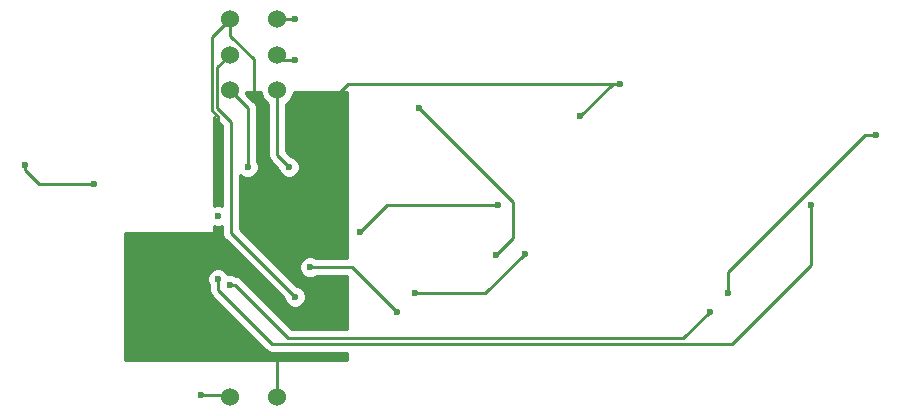
<source format=gbr>
G04 #@! TF.GenerationSoftware,KiCad,Pcbnew,5.0.1*
G04 #@! TF.CreationDate,2019-01-18T21:28:09-06:00*
G04 #@! TF.ProjectId,Layout,4C61796F75742E6B696361645F706362,rev?*
G04 #@! TF.SameCoordinates,Original*
G04 #@! TF.FileFunction,Copper,L2,Bot,Signal*
G04 #@! TF.FilePolarity,Positive*
%FSLAX46Y46*%
G04 Gerber Fmt 4.6, Leading zero omitted, Abs format (unit mm)*
G04 Created by KiCad (PCBNEW 5.0.1) date Fri 18 Jan 2019 09:28:09 PM CST*
%MOMM*%
%LPD*%
G01*
G04 APERTURE LIST*
G04 #@! TA.AperFunction,BGAPad,CuDef*
%ADD10C,1.524000*%
G04 #@! TD*
G04 #@! TA.AperFunction,ViaPad*
%ADD11C,0.600000*%
G04 #@! TD*
G04 #@! TA.AperFunction,Conductor*
%ADD12C,0.250000*%
G04 #@! TD*
G04 #@! TA.AperFunction,Conductor*
%ADD13C,0.254000*%
G04 #@! TD*
G04 APERTURE END LIST*
D10*
G04 #@! TO.P,J1,1*
G04 #@! TO.N,P5*
X131500000Y-90000000D03*
G04 #@! TO.P,J1,2*
G04 #@! TO.N,P7*
X135500000Y-90000000D03*
G04 #@! TO.P,J1,3*
G04 #@! TO.N,RST*
X131500000Y-87000000D03*
G04 #@! TO.P,J1,4*
G04 #@! TO.N,P4*
X135500000Y-87000000D03*
G04 #@! TO.P,J1,5*
G04 #@! TO.N,GND*
X131500000Y-84000000D03*
G04 #@! TO.P,J1,6*
G04 #@! TO.N,P6*
X135500000Y-84000000D03*
G04 #@! TD*
G04 #@! TO.P,J2,1*
G04 #@! TO.N,GND*
X135500000Y-116000000D03*
G04 #@! TO.P,J2,2*
G04 #@! TO.N,VDDA*
X131500000Y-116000000D03*
G04 #@! TD*
D11*
G04 #@! TO.N,GND*
X134000000Y-93000000D03*
X130500000Y-93000000D03*
X131500000Y-110500000D03*
X124500000Y-110500000D03*
X124500000Y-105500000D03*
X164500000Y-89500000D03*
X161177818Y-92222183D03*
X137000000Y-110000000D03*
G04 #@! TO.N,*
X130510000Y-100660000D03*
G04 #@! TO.N,Net-(C2-Pad1)*
X114150000Y-96370000D03*
X120000000Y-98000000D03*
G04 #@! TO.N,RST*
X137000000Y-107500000D03*
G04 #@! TO.N,Net-(D1-Pad1)*
X154000000Y-104000000D03*
X147500000Y-91500000D03*
G04 #@! TO.N,P0*
X145622184Y-108777817D03*
X138280000Y-105000000D03*
G04 #@! TO.N,Net-(D3-Pad1)*
X156500000Y-103847469D03*
X147177818Y-107222183D03*
G04 #@! TO.N,P1*
X142500000Y-102000000D03*
X154177818Y-99722183D03*
G04 #@! TO.N,P2*
X131500000Y-106500000D03*
X172122184Y-108777817D03*
G04 #@! TO.N,Net-(D10-Pad1)*
X186222183Y-93777817D03*
X173677818Y-107222183D03*
G04 #@! TO.N,P3*
X130500000Y-106000000D03*
X180677818Y-99722183D03*
G04 #@! TO.N,P5*
X133000000Y-96500000D03*
G04 #@! TO.N,P7*
X136510147Y-96510147D03*
G04 #@! TO.N,P4*
X137000000Y-87500000D03*
G04 #@! TO.N,P6*
X137000000Y-84000000D03*
G04 #@! TO.N,VDDA*
X129032000Y-115824000D03*
G04 #@! TD*
D12*
G04 #@! TO.N,GND*
X164500000Y-89500000D02*
X163900001Y-89500000D01*
X163900001Y-89500000D02*
X161177818Y-92222183D01*
X163900001Y-89500000D02*
X141500000Y-89500000D01*
X141500000Y-89500000D02*
X140500000Y-90500000D01*
X135500000Y-116000000D02*
X135500000Y-112500000D01*
X131500000Y-85391238D02*
X133500000Y-87391238D01*
X131500000Y-84000000D02*
X131500000Y-85391238D01*
X133500000Y-87391238D02*
X133500000Y-90000000D01*
X130500000Y-92250000D02*
X130500000Y-93000000D01*
X129962990Y-91712990D02*
X130500000Y-92250000D01*
X129962990Y-85537010D02*
X129962990Y-91712990D01*
X131500000Y-84000000D02*
X129962990Y-85537010D01*
X133500000Y-90000000D02*
X133500000Y-90500000D01*
X133500000Y-90500000D02*
X134000000Y-91000000D01*
G04 #@! TO.N,Net-(C2-Pad1)*
X114150000Y-96794264D02*
X115355736Y-98000000D01*
X114150000Y-96370000D02*
X114150000Y-96794264D01*
X115355736Y-98000000D02*
X120000000Y-98000000D01*
X119940000Y-98060000D02*
X120000000Y-98000000D01*
G04 #@! TO.N,RST*
X131625001Y-102125001D02*
X137000000Y-107500000D01*
X131625001Y-92699999D02*
X131625001Y-102125001D01*
X130412999Y-91487997D02*
X131625001Y-92699999D01*
X131500000Y-87000000D02*
X130412999Y-88087001D01*
X130412999Y-88087001D02*
X130412999Y-91487997D01*
G04 #@! TO.N,Net-(D1-Pad1)*
X154000000Y-104000000D02*
X155500000Y-102500000D01*
X155500000Y-102500000D02*
X155500000Y-100119363D01*
X155500000Y-100119363D02*
X155500000Y-99500000D01*
X155500000Y-99500000D02*
X150000000Y-94000000D01*
X150000000Y-94000000D02*
X148000000Y-92000000D01*
X148000000Y-92000000D02*
X147500000Y-91500000D01*
G04 #@! TO.N,P0*
X141844367Y-105000000D02*
X145622184Y-108777817D01*
X138280000Y-105000000D02*
X141844367Y-105000000D01*
G04 #@! TO.N,Net-(D3-Pad1)*
X156500000Y-103847469D02*
X153125286Y-107222183D01*
X153125286Y-107222183D02*
X147177818Y-107222183D01*
G04 #@! TO.N,P1*
X142500000Y-102000000D02*
X144777817Y-99722183D01*
X144777817Y-99722183D02*
X154177818Y-99722183D01*
G04 #@! TO.N,P2*
X131924264Y-106500000D02*
X136424264Y-111000000D01*
X131500000Y-106500000D02*
X131924264Y-106500000D01*
X136424264Y-111000000D02*
X169900001Y-111000000D01*
X169900001Y-111000000D02*
X172122184Y-108777817D01*
G04 #@! TO.N,Net-(D10-Pad1)*
X173677818Y-105373654D02*
X173677818Y-107222183D01*
X185273655Y-93777817D02*
X173677818Y-105373654D01*
X186222183Y-93777817D02*
X185273655Y-93777817D01*
G04 #@! TO.N,P3*
X130500000Y-106925002D02*
X135074998Y-111500000D01*
X130500000Y-106000000D02*
X130500000Y-106925002D01*
X135074998Y-111500000D02*
X174000000Y-111500000D01*
X174000000Y-111500000D02*
X180677818Y-104822182D01*
X180677818Y-104822182D02*
X180677818Y-99722183D01*
G04 #@! TO.N,P5*
X133000000Y-91500000D02*
X131500000Y-90000000D01*
X133000000Y-96500000D02*
X133000000Y-91500000D01*
G04 #@! TO.N,P7*
X135500000Y-95500000D02*
X135500000Y-90000000D01*
X136510147Y-96510147D02*
X135500000Y-95500000D01*
G04 #@! TO.N,P4*
X136000000Y-87500000D02*
X135500000Y-87000000D01*
X137000000Y-87500000D02*
X136000000Y-87500000D01*
G04 #@! TO.N,P6*
X137000000Y-84000000D02*
X135500000Y-84000000D01*
G04 #@! TO.N,VDDA*
X131324000Y-115824000D02*
X131500000Y-116000000D01*
X129032000Y-115824000D02*
X131324000Y-115824000D01*
G04 #@! TD*
D13*
G04 #@! TO.N,GND*
G36*
X134103000Y-90277881D02*
X134315680Y-90791337D01*
X134708663Y-91184320D01*
X134740001Y-91197301D01*
X134740000Y-95425153D01*
X134725112Y-95500000D01*
X134740000Y-95574847D01*
X134740000Y-95574851D01*
X134784096Y-95796536D01*
X134952071Y-96047929D01*
X135015530Y-96090331D01*
X135575147Y-96649949D01*
X135575147Y-96696130D01*
X135717492Y-97039782D01*
X135980512Y-97302802D01*
X136324164Y-97445147D01*
X136696130Y-97445147D01*
X137039782Y-97302802D01*
X137302802Y-97039782D01*
X137445147Y-96696130D01*
X137445147Y-96324164D01*
X137302802Y-95980512D01*
X137039782Y-95717492D01*
X136696130Y-95575147D01*
X136649949Y-95575147D01*
X136260000Y-95185199D01*
X136260000Y-91197300D01*
X136291337Y-91184320D01*
X136684320Y-90791337D01*
X136897000Y-90277881D01*
X136897000Y-90127000D01*
X141373000Y-90127000D01*
X141373000Y-104240000D01*
X138842290Y-104240000D01*
X138809635Y-104207345D01*
X138465983Y-104065000D01*
X138094017Y-104065000D01*
X137750365Y-104207345D01*
X137487345Y-104470365D01*
X137345000Y-104814017D01*
X137345000Y-105185983D01*
X137487345Y-105529635D01*
X137750365Y-105792655D01*
X138094017Y-105935000D01*
X138465983Y-105935000D01*
X138809635Y-105792655D01*
X138842290Y-105760000D01*
X141373000Y-105760000D01*
X141373000Y-110240000D01*
X136739066Y-110240000D01*
X132514595Y-106015530D01*
X132472193Y-105952071D01*
X132220801Y-105784096D01*
X132077976Y-105755686D01*
X132029635Y-105707345D01*
X131685983Y-105565000D01*
X131331854Y-105565000D01*
X131292655Y-105470365D01*
X131029635Y-105207345D01*
X130685983Y-105065000D01*
X130314017Y-105065000D01*
X129970365Y-105207345D01*
X129707345Y-105470365D01*
X129565000Y-105814017D01*
X129565000Y-106185983D01*
X129707345Y-106529635D01*
X129740001Y-106562291D01*
X129740001Y-106850151D01*
X129725112Y-106925002D01*
X129740001Y-106999854D01*
X129784097Y-107221539D01*
X129952072Y-107472931D01*
X130015528Y-107515331D01*
X134484669Y-111984473D01*
X134527069Y-112047929D01*
X134778461Y-112215904D01*
X135000146Y-112260000D01*
X135000150Y-112260000D01*
X135074997Y-112274888D01*
X135149844Y-112260000D01*
X141373000Y-112260000D01*
X141373000Y-112873000D01*
X122627000Y-112873000D01*
X122627000Y-102127000D01*
X130000000Y-102127000D01*
X130048601Y-102117333D01*
X130089803Y-102089803D01*
X130117333Y-102048601D01*
X130127000Y-102000000D01*
X130127000Y-101513393D01*
X130324017Y-101595000D01*
X130695983Y-101595000D01*
X130865002Y-101524990D01*
X130865002Y-102050149D01*
X130850113Y-102125001D01*
X130865002Y-102199853D01*
X130909098Y-102421538D01*
X131077073Y-102672930D01*
X131140529Y-102715330D01*
X136065000Y-107639803D01*
X136065000Y-107685983D01*
X136207345Y-108029635D01*
X136470365Y-108292655D01*
X136814017Y-108435000D01*
X137185983Y-108435000D01*
X137529635Y-108292655D01*
X137792655Y-108029635D01*
X137935000Y-107685983D01*
X137935000Y-107314017D01*
X137792655Y-106970365D01*
X137529635Y-106707345D01*
X137185983Y-106565000D01*
X137139803Y-106565000D01*
X132385001Y-101810200D01*
X132385001Y-97207291D01*
X132470365Y-97292655D01*
X132814017Y-97435000D01*
X133185983Y-97435000D01*
X133529635Y-97292655D01*
X133792655Y-97029635D01*
X133935000Y-96685983D01*
X133935000Y-96314017D01*
X133792655Y-95970365D01*
X133760000Y-95937710D01*
X133760000Y-91574846D01*
X133774888Y-91499999D01*
X133760000Y-91425152D01*
X133760000Y-91425148D01*
X133715904Y-91203463D01*
X133674102Y-91140902D01*
X133590329Y-91015526D01*
X133590327Y-91015524D01*
X133547929Y-90952071D01*
X133484476Y-90909673D01*
X132884020Y-90309218D01*
X132897000Y-90277881D01*
X132897000Y-90127000D01*
X134103000Y-90127000D01*
X134103000Y-90277881D01*
X134103000Y-90277881D01*
G37*
X134103000Y-90277881D02*
X134315680Y-90791337D01*
X134708663Y-91184320D01*
X134740001Y-91197301D01*
X134740000Y-95425153D01*
X134725112Y-95500000D01*
X134740000Y-95574847D01*
X134740000Y-95574851D01*
X134784096Y-95796536D01*
X134952071Y-96047929D01*
X135015530Y-96090331D01*
X135575147Y-96649949D01*
X135575147Y-96696130D01*
X135717492Y-97039782D01*
X135980512Y-97302802D01*
X136324164Y-97445147D01*
X136696130Y-97445147D01*
X137039782Y-97302802D01*
X137302802Y-97039782D01*
X137445147Y-96696130D01*
X137445147Y-96324164D01*
X137302802Y-95980512D01*
X137039782Y-95717492D01*
X136696130Y-95575147D01*
X136649949Y-95575147D01*
X136260000Y-95185199D01*
X136260000Y-91197300D01*
X136291337Y-91184320D01*
X136684320Y-90791337D01*
X136897000Y-90277881D01*
X136897000Y-90127000D01*
X141373000Y-90127000D01*
X141373000Y-104240000D01*
X138842290Y-104240000D01*
X138809635Y-104207345D01*
X138465983Y-104065000D01*
X138094017Y-104065000D01*
X137750365Y-104207345D01*
X137487345Y-104470365D01*
X137345000Y-104814017D01*
X137345000Y-105185983D01*
X137487345Y-105529635D01*
X137750365Y-105792655D01*
X138094017Y-105935000D01*
X138465983Y-105935000D01*
X138809635Y-105792655D01*
X138842290Y-105760000D01*
X141373000Y-105760000D01*
X141373000Y-110240000D01*
X136739066Y-110240000D01*
X132514595Y-106015530D01*
X132472193Y-105952071D01*
X132220801Y-105784096D01*
X132077976Y-105755686D01*
X132029635Y-105707345D01*
X131685983Y-105565000D01*
X131331854Y-105565000D01*
X131292655Y-105470365D01*
X131029635Y-105207345D01*
X130685983Y-105065000D01*
X130314017Y-105065000D01*
X129970365Y-105207345D01*
X129707345Y-105470365D01*
X129565000Y-105814017D01*
X129565000Y-106185983D01*
X129707345Y-106529635D01*
X129740001Y-106562291D01*
X129740001Y-106850151D01*
X129725112Y-106925002D01*
X129740001Y-106999854D01*
X129784097Y-107221539D01*
X129952072Y-107472931D01*
X130015528Y-107515331D01*
X134484669Y-111984473D01*
X134527069Y-112047929D01*
X134778461Y-112215904D01*
X135000146Y-112260000D01*
X135000150Y-112260000D01*
X135074997Y-112274888D01*
X135149844Y-112260000D01*
X141373000Y-112260000D01*
X141373000Y-112873000D01*
X122627000Y-112873000D01*
X122627000Y-102127000D01*
X130000000Y-102127000D01*
X130048601Y-102117333D01*
X130089803Y-102089803D01*
X130117333Y-102048601D01*
X130127000Y-102000000D01*
X130127000Y-101513393D01*
X130324017Y-101595000D01*
X130695983Y-101595000D01*
X130865002Y-101524990D01*
X130865002Y-102050149D01*
X130850113Y-102125001D01*
X130865002Y-102199853D01*
X130909098Y-102421538D01*
X131077073Y-102672930D01*
X131140529Y-102715330D01*
X136065000Y-107639803D01*
X136065000Y-107685983D01*
X136207345Y-108029635D01*
X136470365Y-108292655D01*
X136814017Y-108435000D01*
X137185983Y-108435000D01*
X137529635Y-108292655D01*
X137792655Y-108029635D01*
X137935000Y-107685983D01*
X137935000Y-107314017D01*
X137792655Y-106970365D01*
X137529635Y-106707345D01*
X137185983Y-106565000D01*
X137139803Y-106565000D01*
X132385001Y-101810200D01*
X132385001Y-97207291D01*
X132470365Y-97292655D01*
X132814017Y-97435000D01*
X133185983Y-97435000D01*
X133529635Y-97292655D01*
X133792655Y-97029635D01*
X133935000Y-96685983D01*
X133935000Y-96314017D01*
X133792655Y-95970365D01*
X133760000Y-95937710D01*
X133760000Y-91574846D01*
X133774888Y-91499999D01*
X133760000Y-91425152D01*
X133760000Y-91425148D01*
X133715904Y-91203463D01*
X133674102Y-91140902D01*
X133590329Y-91015526D01*
X133590327Y-91015524D01*
X133547929Y-90952071D01*
X133484476Y-90909673D01*
X132884020Y-90309218D01*
X132897000Y-90277881D01*
X132897000Y-90127000D01*
X134103000Y-90127000D01*
X134103000Y-90277881D01*
G36*
X130865001Y-93014801D02*
X130865002Y-99795010D01*
X130695983Y-99725000D01*
X130324017Y-99725000D01*
X130127000Y-99806607D01*
X130127000Y-92276799D01*
X130865001Y-93014801D01*
X130865001Y-93014801D01*
G37*
X130865001Y-93014801D02*
X130865002Y-99795010D01*
X130695983Y-99725000D01*
X130324017Y-99725000D01*
X130127000Y-99806607D01*
X130127000Y-92276799D01*
X130865001Y-93014801D01*
G04 #@! TD*
M02*

</source>
